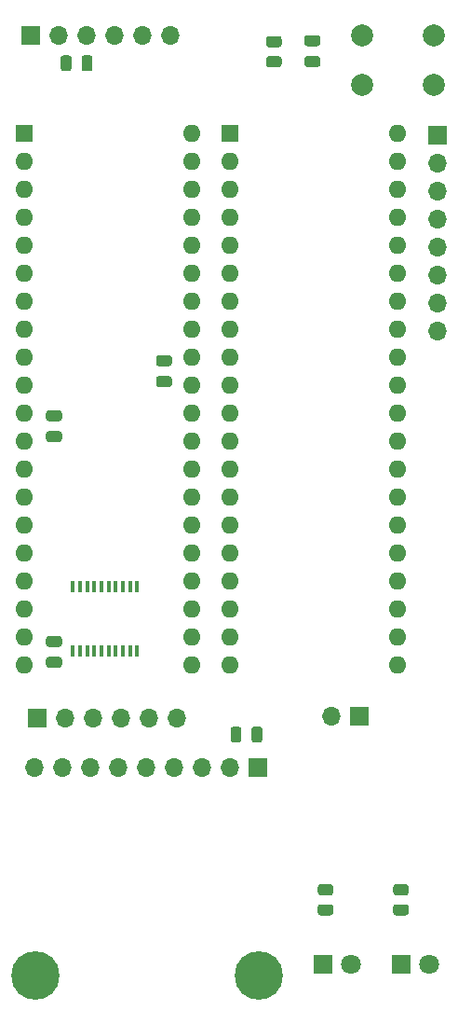
<source format=gbr>
%TF.GenerationSoftware,KiCad,Pcbnew,(5.1.10)-1*%
%TF.CreationDate,2021-10-22T16:43:04-07:00*%
%TF.ProjectId,z80_ssd,7a38305f-7373-4642-9e6b-696361645f70,rev?*%
%TF.SameCoordinates,Original*%
%TF.FileFunction,Soldermask,Bot*%
%TF.FilePolarity,Negative*%
%FSLAX46Y46*%
G04 Gerber Fmt 4.6, Leading zero omitted, Abs format (unit mm)*
G04 Created by KiCad (PCBNEW (5.1.10)-1) date 2021-10-22 16:43:04*
%MOMM*%
%LPD*%
G01*
G04 APERTURE LIST*
%ADD10C,1.800000*%
%ADD11R,1.800000X1.800000*%
%ADD12C,4.400000*%
%ADD13O,1.600000X1.600000*%
%ADD14R,1.600000X1.600000*%
%ADD15R,0.400000X1.000000*%
%ADD16O,1.700000X1.700000*%
%ADD17R,1.700000X1.700000*%
%ADD18C,2.000000*%
G04 APERTURE END LIST*
%TO.C,R3*%
G36*
G01*
X178504001Y-126600000D02*
X177603999Y-126600000D01*
G75*
G02*
X177354000Y-126350001I0J249999D01*
G01*
X177354000Y-125824999D01*
G75*
G02*
X177603999Y-125575000I249999J0D01*
G01*
X178504001Y-125575000D01*
G75*
G02*
X178754000Y-125824999I0J-249999D01*
G01*
X178754000Y-126350001D01*
G75*
G02*
X178504001Y-126600000I-249999J0D01*
G01*
G37*
G36*
G01*
X178504001Y-128425000D02*
X177603999Y-128425000D01*
G75*
G02*
X177354000Y-128175001I0J249999D01*
G01*
X177354000Y-127649999D01*
G75*
G02*
X177603999Y-127400000I249999J0D01*
G01*
X178504001Y-127400000D01*
G75*
G02*
X178754000Y-127649999I0J-249999D01*
G01*
X178754000Y-128175001D01*
G75*
G02*
X178504001Y-128425000I-249999J0D01*
G01*
G37*
%TD*%
D10*
%TO.C,D2*%
X180594000Y-132842000D03*
D11*
X178054000Y-132842000D03*
%TD*%
D12*
%TO.C,H2*%
X165100000Y-133858000D03*
%TD*%
%TO.C,H1*%
X144780000Y-133858000D03*
%TD*%
D10*
%TO.C,D1*%
X173482000Y-132842000D03*
D11*
X170942000Y-132842000D03*
%TD*%
%TO.C,R2*%
G36*
G01*
X171646001Y-126600000D02*
X170745999Y-126600000D01*
G75*
G02*
X170496000Y-126350001I0J249999D01*
G01*
X170496000Y-125824999D01*
G75*
G02*
X170745999Y-125575000I249999J0D01*
G01*
X171646001Y-125575000D01*
G75*
G02*
X171896000Y-125824999I0J-249999D01*
G01*
X171896000Y-126350001D01*
G75*
G02*
X171646001Y-126600000I-249999J0D01*
G01*
G37*
G36*
G01*
X171646001Y-128425000D02*
X170745999Y-128425000D01*
G75*
G02*
X170496000Y-128175001I0J249999D01*
G01*
X170496000Y-127649999D01*
G75*
G02*
X170745999Y-127400000I249999J0D01*
G01*
X171646001Y-127400000D01*
G75*
G02*
X171896000Y-127649999I0J-249999D01*
G01*
X171896000Y-128175001D01*
G75*
G02*
X171646001Y-128425000I-249999J0D01*
G01*
G37*
%TD*%
%TO.C,C1*%
G36*
G01*
X146025000Y-84450000D02*
X146975000Y-84450000D01*
G75*
G02*
X147225000Y-84700000I0J-250000D01*
G01*
X147225000Y-85200000D01*
G75*
G02*
X146975000Y-85450000I-250000J0D01*
G01*
X146025000Y-85450000D01*
G75*
G02*
X145775000Y-85200000I0J250000D01*
G01*
X145775000Y-84700000D01*
G75*
G02*
X146025000Y-84450000I250000J0D01*
G01*
G37*
G36*
G01*
X146025000Y-82550000D02*
X146975000Y-82550000D01*
G75*
G02*
X147225000Y-82800000I0J-250000D01*
G01*
X147225000Y-83300000D01*
G75*
G02*
X146975000Y-83550000I-250000J0D01*
G01*
X146025000Y-83550000D01*
G75*
G02*
X145775000Y-83300000I0J250000D01*
G01*
X145775000Y-82800000D01*
G75*
G02*
X146025000Y-82550000I250000J0D01*
G01*
G37*
%TD*%
%TO.C,C2*%
G36*
G01*
X164450000Y-112475000D02*
X164450000Y-111525000D01*
G75*
G02*
X164700000Y-111275000I250000J0D01*
G01*
X165200000Y-111275000D01*
G75*
G02*
X165450000Y-111525000I0J-250000D01*
G01*
X165450000Y-112475000D01*
G75*
G02*
X165200000Y-112725000I-250000J0D01*
G01*
X164700000Y-112725000D01*
G75*
G02*
X164450000Y-112475000I0J250000D01*
G01*
G37*
G36*
G01*
X162550000Y-112475000D02*
X162550000Y-111525000D01*
G75*
G02*
X162800000Y-111275000I250000J0D01*
G01*
X163300000Y-111275000D01*
G75*
G02*
X163550000Y-111525000I0J-250000D01*
G01*
X163550000Y-112475000D01*
G75*
G02*
X163300000Y-112725000I-250000J0D01*
G01*
X162800000Y-112725000D01*
G75*
G02*
X162550000Y-112475000I0J250000D01*
G01*
G37*
%TD*%
%TO.C,C3*%
G36*
G01*
X146025000Y-104950000D02*
X146975000Y-104950000D01*
G75*
G02*
X147225000Y-105200000I0J-250000D01*
G01*
X147225000Y-105700000D01*
G75*
G02*
X146975000Y-105950000I-250000J0D01*
G01*
X146025000Y-105950000D01*
G75*
G02*
X145775000Y-105700000I0J250000D01*
G01*
X145775000Y-105200000D01*
G75*
G02*
X146025000Y-104950000I250000J0D01*
G01*
G37*
G36*
G01*
X146025000Y-103050000D02*
X146975000Y-103050000D01*
G75*
G02*
X147225000Y-103300000I0J-250000D01*
G01*
X147225000Y-103800000D01*
G75*
G02*
X146975000Y-104050000I-250000J0D01*
G01*
X146025000Y-104050000D01*
G75*
G02*
X145775000Y-103800000I0J250000D01*
G01*
X145775000Y-103300000D01*
G75*
G02*
X146025000Y-103050000I250000J0D01*
G01*
G37*
%TD*%
%TO.C,C4*%
G36*
G01*
X156025000Y-79450000D02*
X156975000Y-79450000D01*
G75*
G02*
X157225000Y-79700000I0J-250000D01*
G01*
X157225000Y-80200000D01*
G75*
G02*
X156975000Y-80450000I-250000J0D01*
G01*
X156025000Y-80450000D01*
G75*
G02*
X155775000Y-80200000I0J250000D01*
G01*
X155775000Y-79700000D01*
G75*
G02*
X156025000Y-79450000I250000J0D01*
G01*
G37*
G36*
G01*
X156025000Y-77550000D02*
X156975000Y-77550000D01*
G75*
G02*
X157225000Y-77800000I0J-250000D01*
G01*
X157225000Y-78300000D01*
G75*
G02*
X156975000Y-78550000I-250000J0D01*
G01*
X156025000Y-78550000D01*
G75*
G02*
X155775000Y-78300000I0J250000D01*
G01*
X155775000Y-77800000D01*
G75*
G02*
X156025000Y-77550000I250000J0D01*
G01*
G37*
%TD*%
%TO.C,C5*%
G36*
G01*
X149000000Y-51529000D02*
X149000000Y-50579000D01*
G75*
G02*
X149250000Y-50329000I250000J0D01*
G01*
X149750000Y-50329000D01*
G75*
G02*
X150000000Y-50579000I0J-250000D01*
G01*
X150000000Y-51529000D01*
G75*
G02*
X149750000Y-51779000I-250000J0D01*
G01*
X149250000Y-51779000D01*
G75*
G02*
X149000000Y-51529000I0J250000D01*
G01*
G37*
G36*
G01*
X147100000Y-51529000D02*
X147100000Y-50579000D01*
G75*
G02*
X147350000Y-50329000I250000J0D01*
G01*
X147850000Y-50329000D01*
G75*
G02*
X148100000Y-50579000I0J-250000D01*
G01*
X148100000Y-51529000D01*
G75*
G02*
X147850000Y-51779000I-250000J0D01*
G01*
X147350000Y-51779000D01*
G75*
G02*
X147100000Y-51529000I0J250000D01*
G01*
G37*
%TD*%
%TO.C,C6*%
G36*
G01*
X169525000Y-50400000D02*
X170475000Y-50400000D01*
G75*
G02*
X170725000Y-50650000I0J-250000D01*
G01*
X170725000Y-51150000D01*
G75*
G02*
X170475000Y-51400000I-250000J0D01*
G01*
X169525000Y-51400000D01*
G75*
G02*
X169275000Y-51150000I0J250000D01*
G01*
X169275000Y-50650000D01*
G75*
G02*
X169525000Y-50400000I250000J0D01*
G01*
G37*
G36*
G01*
X169525000Y-48500000D02*
X170475000Y-48500000D01*
G75*
G02*
X170725000Y-48750000I0J-250000D01*
G01*
X170725000Y-49250000D01*
G75*
G02*
X170475000Y-49500000I-250000J0D01*
G01*
X169525000Y-49500000D01*
G75*
G02*
X169275000Y-49250000I0J250000D01*
G01*
X169275000Y-48750000D01*
G75*
G02*
X169525000Y-48500000I250000J0D01*
G01*
G37*
%TD*%
%TO.C,R1*%
G36*
G01*
X166950001Y-49600000D02*
X166049999Y-49600000D01*
G75*
G02*
X165800000Y-49350001I0J249999D01*
G01*
X165800000Y-48824999D01*
G75*
G02*
X166049999Y-48575000I249999J0D01*
G01*
X166950001Y-48575000D01*
G75*
G02*
X167200000Y-48824999I0J-249999D01*
G01*
X167200000Y-49350001D01*
G75*
G02*
X166950001Y-49600000I-249999J0D01*
G01*
G37*
G36*
G01*
X166950001Y-51425000D02*
X166049999Y-51425000D01*
G75*
G02*
X165800000Y-51175001I0J249999D01*
G01*
X165800000Y-50649999D01*
G75*
G02*
X166049999Y-50400000I249999J0D01*
G01*
X166950001Y-50400000D01*
G75*
G02*
X167200000Y-50649999I0J-249999D01*
G01*
X167200000Y-51175001D01*
G75*
G02*
X166950001Y-51425000I-249999J0D01*
G01*
G37*
%TD*%
D13*
%TO.C,U1*%
X177740000Y-57404000D03*
X162500000Y-105664000D03*
X177740000Y-59944000D03*
X162500000Y-103124000D03*
X177740000Y-62484000D03*
X162500000Y-100584000D03*
X177740000Y-65024000D03*
X162500000Y-98044000D03*
X177740000Y-67564000D03*
X162500000Y-95504000D03*
X177740000Y-70104000D03*
X162500000Y-92964000D03*
X177740000Y-72644000D03*
X162500000Y-90424000D03*
X177740000Y-75184000D03*
X162500000Y-87884000D03*
X177740000Y-77724000D03*
X162500000Y-85344000D03*
X177740000Y-80264000D03*
X162500000Y-82804000D03*
X177740000Y-82804000D03*
X162500000Y-80264000D03*
X177740000Y-85344000D03*
X162500000Y-77724000D03*
X177740000Y-87884000D03*
X162500000Y-75184000D03*
X177740000Y-90424000D03*
X162500000Y-72644000D03*
X177740000Y-92964000D03*
X162500000Y-70104000D03*
X177740000Y-95504000D03*
X162500000Y-67564000D03*
X177740000Y-98044000D03*
X162500000Y-65024000D03*
X177740000Y-100584000D03*
X162500000Y-62484000D03*
X177740000Y-103124000D03*
X162500000Y-59944000D03*
X177740000Y-105664000D03*
D14*
X162500000Y-57404000D03*
%TD*%
D13*
%TO.C,U2*%
X159004000Y-57404000D03*
X143764000Y-105664000D03*
X159004000Y-59944000D03*
X143764000Y-103124000D03*
X159004000Y-62484000D03*
X143764000Y-100584000D03*
X159004000Y-65024000D03*
X143764000Y-98044000D03*
X159004000Y-67564000D03*
X143764000Y-95504000D03*
X159004000Y-70104000D03*
X143764000Y-92964000D03*
X159004000Y-72644000D03*
X143764000Y-90424000D03*
X159004000Y-75184000D03*
X143764000Y-87884000D03*
X159004000Y-77724000D03*
X143764000Y-85344000D03*
X159004000Y-80264000D03*
X143764000Y-82804000D03*
X159004000Y-82804000D03*
X143764000Y-80264000D03*
X159004000Y-85344000D03*
X143764000Y-77724000D03*
X159004000Y-87884000D03*
X143764000Y-75184000D03*
X159004000Y-90424000D03*
X143764000Y-72644000D03*
X159004000Y-92964000D03*
X143764000Y-70104000D03*
X159004000Y-95504000D03*
X143764000Y-67564000D03*
X159004000Y-98044000D03*
X143764000Y-65024000D03*
X159004000Y-100584000D03*
X143764000Y-62484000D03*
X159004000Y-103124000D03*
X143764000Y-59944000D03*
X159004000Y-105664000D03*
D14*
X143764000Y-57404000D03*
%TD*%
D15*
%TO.C,U3*%
X148205000Y-104373000D03*
X148855000Y-104373000D03*
X149505000Y-104373000D03*
X150155000Y-104373000D03*
X150805000Y-104373000D03*
X151455000Y-104373000D03*
X152105000Y-104373000D03*
X152755000Y-104373000D03*
X153405000Y-104373000D03*
X154055000Y-104373000D03*
X154055000Y-98573000D03*
X153405000Y-98573000D03*
X152755000Y-98573000D03*
X152105000Y-98573000D03*
X151455000Y-98573000D03*
X150805000Y-98573000D03*
X150155000Y-98573000D03*
X149505000Y-98573000D03*
X148855000Y-98573000D03*
X148205000Y-98573000D03*
%TD*%
D16*
%TO.C,J2*%
X144680000Y-115000000D03*
X147220000Y-115000000D03*
X149760000Y-115000000D03*
X152300000Y-115000000D03*
X154840000Y-115000000D03*
X157380000Y-115000000D03*
X159920000Y-115000000D03*
X162460000Y-115000000D03*
D17*
X165000000Y-115000000D03*
%TD*%
D16*
%TO.C,J3*%
X157700000Y-110500000D03*
X155160000Y-110500000D03*
X152620000Y-110500000D03*
X150080000Y-110500000D03*
X147540000Y-110500000D03*
D17*
X145000000Y-110500000D03*
%TD*%
D16*
%TO.C,JP1*%
X171704000Y-110363000D03*
D17*
X174244000Y-110363000D03*
%TD*%
D16*
%TO.C,J4*%
X181400000Y-75380000D03*
X181400000Y-72840000D03*
X181400000Y-70300000D03*
X181400000Y-67760000D03*
X181400000Y-65220000D03*
X181400000Y-62680000D03*
X181400000Y-60140000D03*
D17*
X181400000Y-57600000D03*
%TD*%
D18*
%TO.C,SW1*%
X181000000Y-48500000D03*
X181000000Y-53000000D03*
X174500000Y-48500000D03*
X174500000Y-53000000D03*
%TD*%
D16*
%TO.C,J1*%
X157080000Y-48500000D03*
X154540000Y-48500000D03*
X152000000Y-48500000D03*
X149460000Y-48500000D03*
X146920000Y-48500000D03*
D17*
X144380000Y-48500000D03*
%TD*%
M02*

</source>
